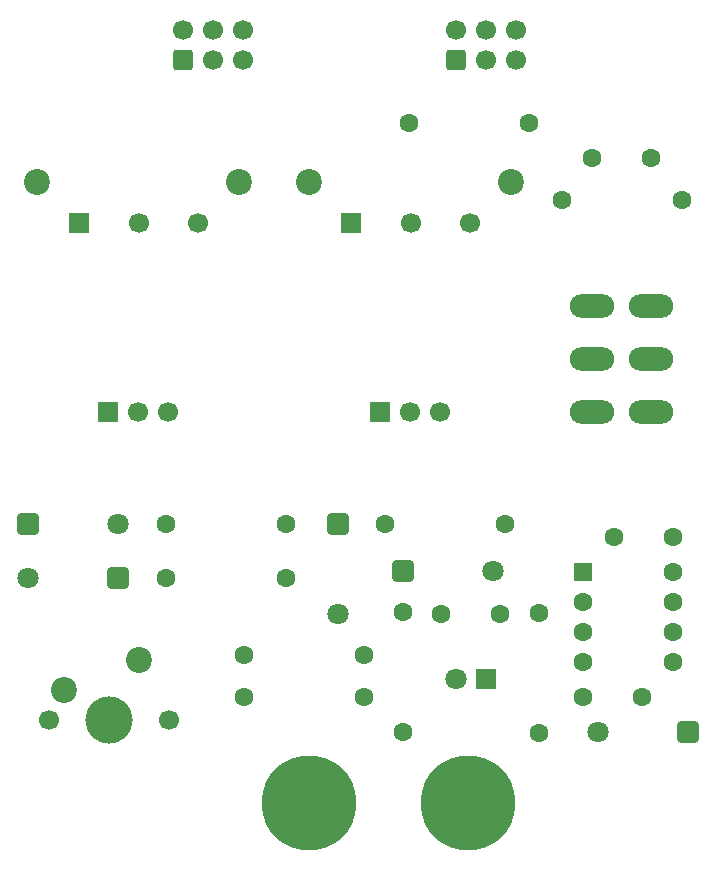
<source format=gbr>
%TF.GenerationSoftware,KiCad,Pcbnew,9.0.6*%
%TF.CreationDate,2026-01-10T03:24:23+11:00*%
%TF.ProjectId,envelope-generator,656e7665-6c6f-4706-952d-67656e657261,rev?*%
%TF.SameCoordinates,Original*%
%TF.FileFunction,Soldermask,Bot*%
%TF.FilePolarity,Negative*%
%FSLAX46Y46*%
G04 Gerber Fmt 4.6, Leading zero omitted, Abs format (unit mm)*
G04 Created by KiCad (PCBNEW 9.0.6) date 2026-01-10 03:24:23*
%MOMM*%
%LPD*%
G01*
G04 APERTURE LIST*
G04 Aperture macros list*
%AMRoundRect*
0 Rectangle with rounded corners*
0 $1 Rounding radius*
0 $2 $3 $4 $5 $6 $7 $8 $9 X,Y pos of 4 corners*
0 Add a 4 corners polygon primitive as box body*
4,1,4,$2,$3,$4,$5,$6,$7,$8,$9,$2,$3,0*
0 Add four circle primitives for the rounded corners*
1,1,$1+$1,$2,$3*
1,1,$1+$1,$4,$5*
1,1,$1+$1,$6,$7*
1,1,$1+$1,$8,$9*
0 Add four rect primitives between the rounded corners*
20,1,$1+$1,$2,$3,$4,$5,0*
20,1,$1+$1,$4,$5,$6,$7,0*
20,1,$1+$1,$6,$7,$8,$9,0*
20,1,$1+$1,$8,$9,$2,$3,0*%
G04 Aperture macros list end*
%ADD10RoundRect,0.250000X-0.650000X-0.650000X0.650000X-0.650000X0.650000X0.650000X-0.650000X0.650000X0*%
%ADD11C,1.800000*%
%ADD12C,1.700000*%
%ADD13RoundRect,0.250000X0.600000X-0.600000X0.600000X0.600000X-0.600000X0.600000X-0.600000X-0.600000X0*%
%ADD14RoundRect,0.250000X-0.650000X0.650000X-0.650000X-0.650000X0.650000X-0.650000X0.650000X0.650000X0*%
%ADD15C,1.600000*%
%ADD16R,1.700000X1.700000*%
%ADD17C,2.200000*%
%ADD18RoundRect,0.250000X-0.550000X-0.550000X0.550000X-0.550000X0.550000X0.550000X-0.550000X0.550000X0*%
%ADD19C,4.000000*%
%ADD20RoundRect,0.250000X0.650000X0.650000X-0.650000X0.650000X-0.650000X-0.650000X0.650000X-0.650000X0*%
%ADD21C,8.000000*%
%ADD22R,1.800000X1.800000*%
%ADD23O,3.750000X2.000000*%
G04 APERTURE END LIST*
D10*
%TO.C,D4*%
X66690000Y-69000000D03*
D11*
X74310000Y-69000000D03*
%TD*%
D12*
%TO.C,J1*%
X84929000Y-27151000D03*
X84929000Y-29691000D03*
X82389000Y-27151000D03*
X82389000Y-29691000D03*
X79849000Y-27151000D03*
D13*
X79849000Y-29691000D03*
%TD*%
D12*
%TO.C,J2*%
X108009000Y-27151000D03*
X108009000Y-29691000D03*
X105469000Y-27151000D03*
X105469000Y-29691000D03*
X102929000Y-27151000D03*
D13*
X102929000Y-29691000D03*
%TD*%
D11*
%TO.C,D2*%
X93000000Y-76620000D03*
D14*
X93000000Y-69000000D03*
%TD*%
D15*
%TO.C,C1*%
X114500000Y-38000000D03*
X119500000Y-38000000D03*
%TD*%
%TO.C,R3*%
X111920000Y-41500000D03*
X122080000Y-41500000D03*
%TD*%
%TO.C,R2*%
X96920000Y-69000000D03*
X107080000Y-69000000D03*
%TD*%
%TO.C,R1*%
X109160000Y-35000000D03*
X99000000Y-35000000D03*
%TD*%
D12*
%TO.C,RV2*%
X101590000Y-59500000D03*
X99050000Y-59500000D03*
D16*
X96510000Y-59500000D03*
D17*
X107600000Y-40000000D03*
X90550000Y-40000000D03*
%TD*%
D15*
%TO.C,R4*%
X78420000Y-69000000D03*
X88580000Y-69000000D03*
%TD*%
%TO.C,U1*%
X121310000Y-73040000D03*
X121310000Y-75580000D03*
X121310000Y-78120000D03*
X121310000Y-80660000D03*
X113690000Y-80660000D03*
X113690000Y-78120000D03*
X113690000Y-75580000D03*
D18*
X113690000Y-73040000D03*
%TD*%
D15*
%TO.C,C7*%
X121310000Y-70080000D03*
X116310000Y-70080000D03*
%TD*%
%TO.C,C8*%
X118691655Y-83619448D03*
X113691655Y-83619448D03*
%TD*%
D12*
%TO.C,SW1*%
X68500000Y-85580000D03*
D19*
X73580000Y-85580000D03*
D12*
X78660000Y-85580000D03*
D17*
X76120000Y-80500000D03*
X69770000Y-83040000D03*
%TD*%
D15*
%TO.C,R8*%
X98500000Y-76420000D03*
X98500000Y-86580000D03*
%TD*%
%TO.C,R6*%
X85000000Y-80080000D03*
X95160000Y-80080000D03*
%TD*%
%TO.C,R9*%
X110000000Y-86660000D03*
X110000000Y-76500000D03*
%TD*%
D11*
%TO.C,D6*%
X106111280Y-72930719D03*
D10*
X98491280Y-72930719D03*
%TD*%
D15*
%TO.C,C2*%
X101719351Y-76559953D03*
X106719351Y-76559953D03*
%TD*%
%TO.C,R5*%
X88580000Y-73500000D03*
X78420000Y-73500000D03*
%TD*%
D11*
%TO.C,D3*%
X66690000Y-73500000D03*
D20*
X74310000Y-73500000D03*
%TD*%
D15*
%TO.C,R7*%
X85000000Y-83580000D03*
X95160000Y-83580000D03*
%TD*%
D11*
%TO.C,D1*%
X115000000Y-86580000D03*
D20*
X122620000Y-86580000D03*
%TD*%
D16*
%TO.C,J3*%
X94050000Y-43500000D03*
D12*
X99130000Y-43500000D03*
X104130000Y-43500000D03*
%TD*%
D21*
%TO.C,J7*%
X104000000Y-92580000D03*
%TD*%
D16*
%TO.C,J4*%
X71050000Y-43500000D03*
D12*
X76130000Y-43500000D03*
X81130000Y-43500000D03*
%TD*%
D22*
%TO.C,D5*%
X105500000Y-82080000D03*
D11*
X102960000Y-82080000D03*
%TD*%
D21*
%TO.C,J5*%
X90500000Y-92580000D03*
%TD*%
D17*
%TO.C,RV1*%
X67500000Y-40000000D03*
X84550000Y-40000000D03*
D16*
X73460000Y-59500000D03*
D12*
X76000000Y-59500000D03*
X78540000Y-59500000D03*
%TD*%
D23*
%TO.C,SW2*%
X114500000Y-59500000D03*
X114500000Y-55000000D03*
X114500000Y-50500000D03*
X119500000Y-59500000D03*
X119500000Y-55000000D03*
X119500000Y-50500000D03*
%TD*%
M02*

</source>
